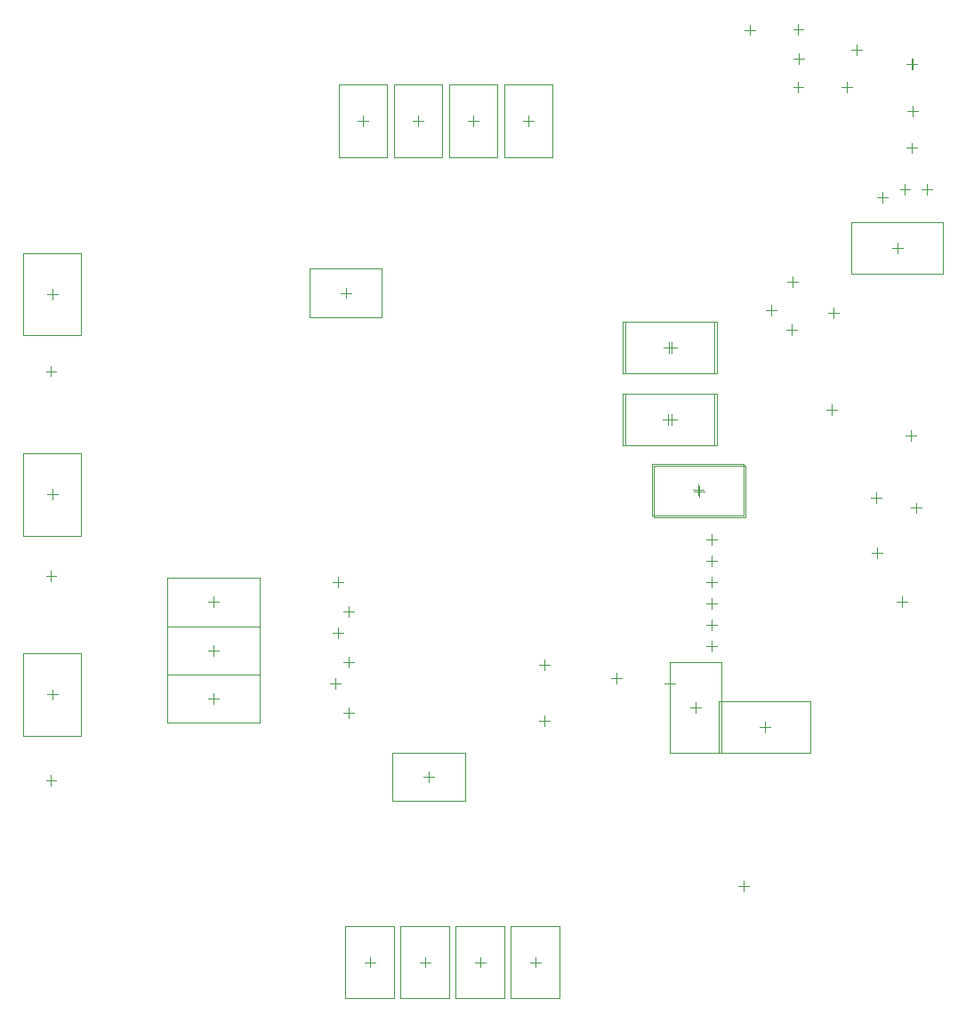
<source format=gbr>
G04 Layer_Color=32768*
%FSLAX26Y26*%
%MOIN*%
%TF.FileFunction,Other,Mechanical_15*%
%TF.Part,Single*%
G01*
G75*
%TA.AperFunction,NonConductor*%
%ADD49C,0.003937*%
%ADD91C,0.001968*%
D49*
X500315Y-989528D02*
X539685D01*
X520000Y-1009213D02*
Y-969842D01*
X1620000Y-1004685D02*
Y-965315D01*
X1600315Y-985000D02*
X1639685D01*
X1932000Y-2818685D02*
Y-2779315D01*
X1912315Y-2799000D02*
X1951685D01*
X2310315Y-3495000D02*
X2349685D01*
X2330000Y-3514685D02*
Y-3475315D01*
X2103648Y-3495000D02*
X2143018D01*
X2123333Y-3514685D02*
Y-3475315D01*
X1896982Y-3495000D02*
X1936352D01*
X1916667Y-3514685D02*
Y-3475315D01*
X1690315Y-3495000D02*
X1729685D01*
X1710000Y-3514685D02*
Y-3475315D01*
X1871982Y-340000D02*
X1911352D01*
X1891667Y-359685D02*
Y-320315D01*
X2285315Y-340000D02*
X2324685D01*
X2305000Y-359685D02*
Y-320315D01*
X2078648Y-340000D02*
X2118018D01*
X2098333Y-359685D02*
Y-320315D01*
X1665315Y-340000D02*
X1704685D01*
X1685000Y-359685D02*
Y-320315D01*
X3685315Y-2144528D02*
X3724685D01*
X3705000Y-2164213D02*
Y-2124843D01*
X3610000Y-1979213D02*
Y-1939842D01*
X3590315Y-1959527D02*
X3629685D01*
X3440000Y-1444213D02*
Y-1404842D01*
X3420315Y-1424528D02*
X3459685D01*
X3742000Y-461212D02*
Y-421842D01*
X3722315Y-441527D02*
X3761685D01*
X3744000Y-323213D02*
Y-283842D01*
X3724315Y-303527D02*
X3763685D01*
X3741000Y-145213D02*
Y-105843D01*
X3721315Y-125528D02*
X3760685D01*
X3514717Y-72626D02*
X3554087D01*
X3534402Y-92311D02*
Y-52941D01*
X3497000Y-233213D02*
Y-193843D01*
X3477315Y-213528D02*
X3516685D01*
X3316000Y-17212D02*
Y22158D01*
X3296315Y2473D02*
X3335685D01*
X3319000Y-125713D02*
Y-86343D01*
X3299315Y-106028D02*
X3338685D01*
X3316000Y-234213D02*
Y-194842D01*
X3296315Y-214528D02*
X3335685D01*
X3135000Y-18212D02*
Y21158D01*
X3115315Y1472D02*
X3154685D01*
X3290000Y-1144213D02*
Y-1104842D01*
X3270315Y-1124527D02*
X3309685D01*
X3215000Y-1069213D02*
Y-1029842D01*
X3195315Y-1049527D02*
X3234685D01*
X3295000Y-964212D02*
Y-924842D01*
X3275315Y-944528D02*
X3314685D01*
X3743000Y-324213D02*
Y-284842D01*
X3723315Y-304527D02*
X3762685D01*
X3743000Y-147213D02*
Y-107843D01*
X3723315Y-127528D02*
X3762685D01*
X2910315Y-2539528D02*
X2949685D01*
X2930000Y-2559213D02*
Y-2519843D01*
X1104315Y-2327528D02*
X1143685D01*
X1124000Y-2347213D02*
Y-2307843D01*
X1104315Y-2506528D02*
X1143685D01*
X1124000Y-2526213D02*
Y-2486843D01*
X1104315Y-2144528D02*
X1143685D01*
X1124000Y-2164213D02*
Y-2124843D01*
X3737000Y-1540213D02*
Y-1500842D01*
X3717315Y-1520528D02*
X3756685D01*
X3110000Y-3229213D02*
Y-3189843D01*
X3090315Y-3209528D02*
X3129685D01*
X2345315Y-2589528D02*
X2384685D01*
X2365000Y-2609213D02*
Y-2569842D01*
X1560315Y-2449528D02*
X1599685D01*
X1580000Y-2469213D02*
Y-2429843D01*
X1570315Y-2259528D02*
X1609685D01*
X1590000Y-2279213D02*
Y-2239843D01*
X2345315Y-2379528D02*
X2384685D01*
X2365000Y-2399213D02*
Y-2359843D01*
X1570315Y-2069528D02*
X1609685D01*
X1590000Y-2089213D02*
Y-2049843D01*
X2970315Y-2309528D02*
X3009685D01*
X2990000Y-2329213D02*
Y-2289842D01*
X2970315Y-2229528D02*
X3009685D01*
X2990000Y-2249213D02*
Y-2209842D01*
X2970315Y-2149528D02*
X3009685D01*
X2990000Y-2169213D02*
Y-2129842D01*
X2970315Y-2069528D02*
X3009685D01*
X2990000Y-2089213D02*
Y-2049842D01*
X2970315Y-1989527D02*
X3009685D01*
X2990000Y-2009213D02*
Y-1969842D01*
X2970315Y-1909527D02*
X3009685D01*
X2990000Y-1929213D02*
Y-1889842D01*
X500315Y-2491528D02*
X539685D01*
X520000Y-2511213D02*
Y-2471843D01*
X500315Y-1740527D02*
X539685D01*
X520000Y-1760213D02*
Y-1720842D01*
X3609000Y-1773212D02*
Y-1733842D01*
X3589315Y-1753527D02*
X3628685D01*
X1630000Y-2199212D02*
Y-2159842D01*
X1610315Y-2179527D02*
X1649685D01*
X1630000Y-2389212D02*
Y-2349842D01*
X1610315Y-2369527D02*
X1649685D01*
X1630000Y-2579212D02*
Y-2539842D01*
X1610315Y-2559527D02*
X1649685D01*
X2615315Y-2429527D02*
X2654685D01*
X2635000Y-2449213D02*
Y-2409842D01*
X3190000Y-2634213D02*
Y-2594843D01*
X3170315Y-2614528D02*
X3209685D01*
X2990000Y-1929212D02*
Y-1889842D01*
X2970315Y-1909527D02*
X3009685D01*
X2990000Y-2169212D02*
Y-2129842D01*
X2970315Y-2149527D02*
X3009685D01*
X2990000Y-2009212D02*
Y-1969842D01*
X2970315Y-1989527D02*
X3009685D01*
X2990000Y-2249212D02*
Y-2209842D01*
X2970315Y-2229527D02*
X3009685D01*
X2990000Y-2089212D02*
Y-2049842D01*
X2970315Y-2069527D02*
X3009685D01*
X2990000Y-2329212D02*
Y-2289842D01*
X2970315Y-2309527D02*
X3009685D01*
X2940000Y-1744213D02*
Y-1704842D01*
X2920315Y-1724527D02*
X2959685D01*
X2945000Y-1749213D02*
Y-1709842D01*
X2925315Y-1729527D02*
X2964685D01*
X2840000Y-1479213D02*
Y-1439842D01*
X2820315Y-1459527D02*
X2859685D01*
X2828937Y-1479213D02*
Y-1439842D01*
X2809252Y-1459527D02*
X2848622D01*
X2830000Y-1209213D02*
Y-1169842D01*
X2810315Y-1189527D02*
X2849685D01*
X2840000Y-1209213D02*
Y-1169842D01*
X2820315Y-1189527D02*
X2859685D01*
X3716000Y-617212D02*
Y-577842D01*
X3696315Y-597527D02*
X3735685D01*
X3612315Y-625527D02*
X3651685D01*
X3632000Y-645212D02*
Y-605842D01*
X3667315Y-815528D02*
X3706685D01*
X3687000Y-835213D02*
Y-795842D01*
X3779315Y-597528D02*
X3818685D01*
X3799000Y-617213D02*
Y-577842D01*
X3739315Y-1791527D02*
X3778685D01*
X3759000Y-1811213D02*
Y-1771842D01*
X3429315Y-1059527D02*
X3468685D01*
X3449000Y-1079213D02*
Y-1039842D01*
X496315Y-1278527D02*
X535685D01*
X516000Y-1298212D02*
Y-1258842D01*
X496315Y-2046527D02*
X535685D01*
X516000Y-2066212D02*
Y-2026842D01*
X496315Y-2814527D02*
X535685D01*
X516000Y-2834212D02*
Y-2794842D01*
X2835000Y-2469213D02*
Y-2429842D01*
X2815315Y-2449527D02*
X2854685D01*
D91*
X411732Y-1144055D02*
Y-835000D01*
X628268Y-1144055D02*
Y-835000D01*
X411732Y-1144055D02*
X628268D01*
X411732Y-835000D02*
X628268D01*
X1484173Y-894449D02*
X1755827D01*
X1484173Y-1075551D02*
X1755827D01*
X1484173D02*
Y-894449D01*
X1755827Y-1075551D02*
Y-894449D01*
X1796173Y-2889551D02*
X2067827D01*
X1796173Y-2708449D02*
X2067827D01*
Y-2889551D02*
Y-2708449D01*
X1796173Y-2889551D02*
Y-2708449D01*
X2420551Y-3630827D02*
Y-3359173D01*
X2239449Y-3630827D02*
Y-3359173D01*
X2420551D01*
X2239449Y-3630827D02*
X2420551D01*
X2213884D02*
Y-3359173D01*
X2032782Y-3630827D02*
Y-3359173D01*
X2213884D01*
X2032782Y-3630827D02*
X2213884D01*
X2007218D02*
Y-3359173D01*
X1826116Y-3630827D02*
Y-3359173D01*
X2007218D01*
X1826116Y-3630827D02*
X2007218D01*
X1800551D02*
Y-3359173D01*
X1619449Y-3630827D02*
Y-3359173D01*
X1800551D01*
X1619449Y-3630827D02*
X1800551D01*
X1982218Y-475827D02*
Y-204173D01*
X1801116Y-475827D02*
Y-204173D01*
X1982218D01*
X1801116Y-475827D02*
X1982218D01*
X2395551D02*
Y-204173D01*
X2214449Y-475827D02*
Y-204173D01*
X2395551D01*
X2214449Y-475827D02*
X2395551D01*
X2188884D02*
Y-204173D01*
X2007782Y-475827D02*
Y-204173D01*
X2188884D01*
X2007782Y-475827D02*
X2188884D01*
X1775551D02*
Y-204173D01*
X1594449Y-475827D02*
Y-204173D01*
X1775551D01*
X1594449Y-475827D02*
X1775551D01*
X2833543Y-2710787D02*
Y-2368268D01*
X3026457Y-2710787D02*
Y-2368268D01*
X2833543D02*
X3026457D01*
X2833543Y-2710787D02*
X3026457D01*
X1297228Y-2418079D02*
Y-2236976D01*
X950772Y-2418079D02*
Y-2236976D01*
X1297228D01*
X950772Y-2418079D02*
X1297228D01*
Y-2597079D02*
Y-2415976D01*
X950772Y-2597079D02*
Y-2415976D01*
Y-2597079D02*
X1297228D01*
X950772Y-2415976D02*
X1297228D01*
Y-2235079D02*
Y-2053976D01*
X950772Y-2235079D02*
Y-2053976D01*
Y-2235079D02*
X1297228D01*
X950772Y-2053976D02*
X1297228D01*
X411732Y-2646055D02*
Y-2337000D01*
X628268Y-2646055D02*
Y-2337000D01*
X411732Y-2646055D02*
X628268D01*
X411732Y-2337000D02*
X628268D01*
X411732Y-1895055D02*
Y-1586000D01*
X628268Y-1895055D02*
Y-1586000D01*
X411732Y-1895055D02*
X628268D01*
X411732Y-1586000D02*
X628268D01*
X3018740Y-2710984D02*
X3361260D01*
X3018740Y-2518071D02*
X3361260D01*
Y-2710984D02*
Y-2518071D01*
X3018740Y-2710984D02*
Y-2518071D01*
X2768740Y-1628071D02*
X3111260D01*
X2768740Y-1820984D02*
X3111260D01*
Y-1628071D01*
X2768740Y-1820984D02*
Y-1628071D01*
X2773740Y-1825984D02*
X3116260D01*
X2773740Y-1633071D02*
X3116260D01*
Y-1825984D02*
Y-1633071D01*
X2773740Y-1825984D02*
Y-1633071D01*
X2668740Y-1555984D02*
X3011260D01*
X2668740Y-1363071D02*
X3011260D01*
X2668740Y-1555984D02*
Y-1363071D01*
X3011260Y-1555984D02*
Y-1363071D01*
X2657677D02*
X3000197D01*
X2657677Y-1555984D02*
X3000197D01*
X2657677D02*
Y-1363071D01*
X3000197Y-1555984D02*
Y-1363071D01*
X2658740Y-1285984D02*
X3001260D01*
X2658740Y-1093071D02*
X3001260D01*
X2658740Y-1285984D02*
Y-1093071D01*
X3001260Y-1285984D02*
Y-1093071D01*
X2668740D02*
X3011260D01*
X2668740Y-1285984D02*
X3011260D01*
X2668740D02*
Y-1093071D01*
X3011260Y-1285984D02*
Y-1093071D01*
X3515740Y-911984D02*
Y-719071D01*
X3858260Y-911984D02*
Y-719071D01*
X3515740D02*
X3858260D01*
X3515740Y-911984D02*
X3858260D01*
%TF.MD5,3618acd9a86eaec03a447066aa18bbe2*%
M02*

</source>
